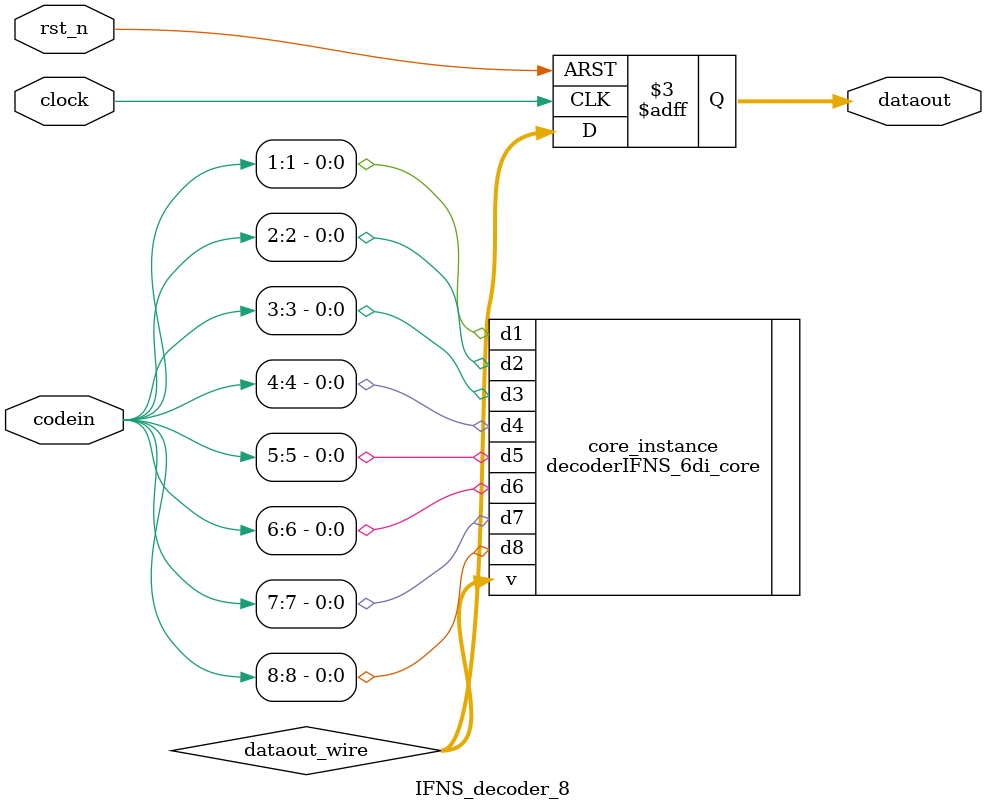
<source format=v>
module IFNS_decoder_8(
    input wire clock,
    input wire rst_n,
    output reg [5:0] dataout,
    input wire [8:1] codein
);

    wire [5:0] dataout_wire;

    decoderIFNS_6di_core core_instance(
        .v(dataout_wire),
        .d8(codein[8]),
        .d7(codein[7]),
        .d6(codein[6]),
        .d5(codein[5]),
        .d4(codein[4]),
        .d3(codein[3]),
        .d2(codein[2]),
        .d1(codein[1])
    );

    //sync
    always @(posedge clock or negedge rst_n) begin
        if (~rst_n) begin
            dataout <= 0;
        end
        else begin
            dataout <= dataout_wire;
        end
    end

endmodule
</source>
